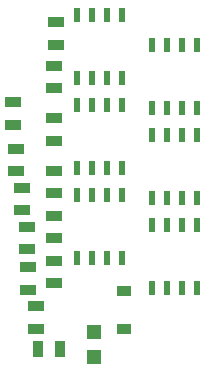
<source format=gtp>
G04 (created by PCBNEW (2013-07-07 BZR 4022)-stable) date 02/12/2013 08:18:55*
%MOIN*%
G04 Gerber Fmt 3.4, Leading zero omitted, Abs format*
%FSLAX34Y34*%
G01*
G70*
G90*
G04 APERTURE LIST*
%ADD10C,0.00590551*%
%ADD11R,0.02X0.045*%
%ADD12R,0.055X0.035*%
%ADD13R,0.05X0.038*%
%ADD14R,0.035X0.055*%
%ADD15R,0.0472X0.0472*%
G04 APERTURE END LIST*
G54D10*
G54D11*
X41675Y-54475D03*
X41675Y-52375D03*
X41175Y-54475D03*
X40675Y-54475D03*
X40175Y-54475D03*
X41175Y-52375D03*
X40675Y-52375D03*
X40175Y-52375D03*
X44175Y-58475D03*
X44175Y-56375D03*
X43675Y-58475D03*
X43175Y-58475D03*
X42675Y-58475D03*
X43675Y-56375D03*
X43175Y-56375D03*
X42675Y-56375D03*
X41675Y-57475D03*
X41675Y-55375D03*
X41175Y-57475D03*
X40675Y-57475D03*
X40175Y-57475D03*
X41175Y-55375D03*
X40675Y-55375D03*
X40175Y-55375D03*
X44175Y-55475D03*
X44175Y-53375D03*
X43675Y-55475D03*
X43175Y-55475D03*
X42675Y-55475D03*
X43675Y-53375D03*
X43175Y-53375D03*
X42675Y-53375D03*
X41675Y-51475D03*
X41675Y-49375D03*
X41175Y-51475D03*
X40675Y-51475D03*
X40175Y-51475D03*
X41175Y-49375D03*
X40675Y-49375D03*
X40175Y-49375D03*
X44175Y-52475D03*
X44175Y-50375D03*
X43675Y-52475D03*
X43175Y-52475D03*
X42675Y-52475D03*
X43675Y-50375D03*
X43175Y-50375D03*
X42675Y-50375D03*
G54D12*
X39425Y-58300D03*
X39425Y-57550D03*
X39425Y-56800D03*
X39425Y-56050D03*
X39425Y-53550D03*
X39425Y-52800D03*
X39425Y-55300D03*
X39425Y-54550D03*
X39475Y-50350D03*
X39475Y-49600D03*
X39425Y-51800D03*
X39425Y-51050D03*
G54D13*
X41740Y-59840D03*
X41740Y-58550D03*
G54D14*
X38875Y-60500D03*
X39625Y-60500D03*
G54D15*
X40750Y-60763D03*
X40750Y-59937D03*
G54D12*
X38050Y-52275D03*
X38050Y-53025D03*
X38150Y-53825D03*
X38150Y-54575D03*
X38350Y-55125D03*
X38350Y-55875D03*
X38500Y-56425D03*
X38500Y-57175D03*
X38550Y-57775D03*
X38550Y-58525D03*
X38800Y-59075D03*
X38800Y-59825D03*
M02*

</source>
